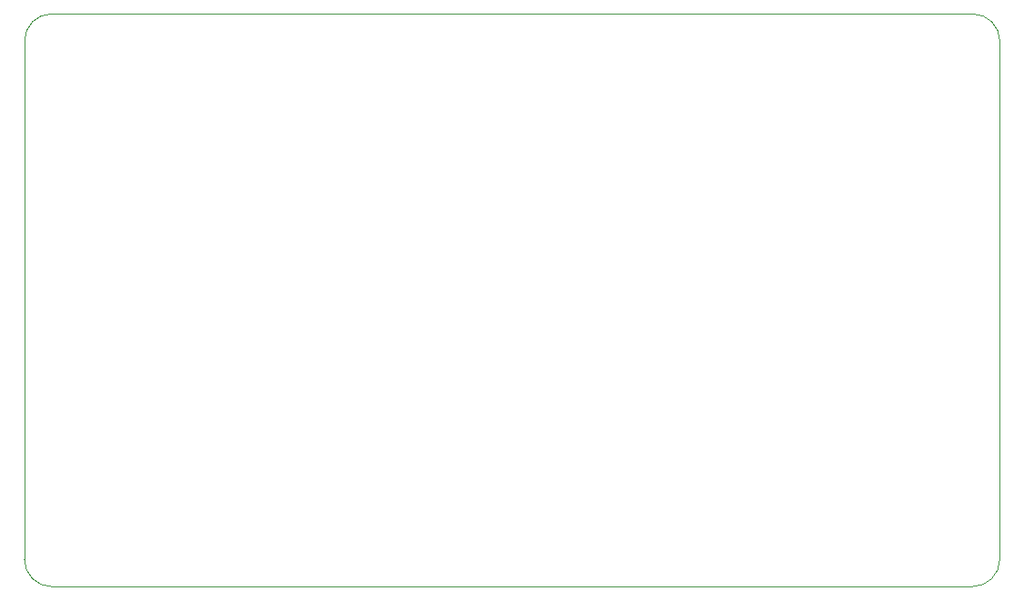
<source format=gbr>
G04 GERBER ASCII OUTPUT FROM: EDWINXP (VER. 1.61 REV. 20080315)*
G04 GERBER FORMAT: RX-274-X*
G04 BOARD: AMICUS_LED_SHIELD*
G04 ARTWORK OF Z POSITIVE*
%ASAXBY*%
%FSLAX23Y23*%
%MIA0B0*%
%MOIN*%
%OFA0.0000B0.0000*%
%SFA1B1*%
%IJA0B0*%
%INLAYER28POS*%
%IOA0B0*%
%IPPOS*%
%IR0*%
G04 APERTURE MACROS*
%AMEDWDONUT*
1,1,$1,$2,$3*
1,0,$4,$2,$3*
%
%AMEDWFRECT*
20,1,$1,$2,$3,$4,$5,$6*
%
%AMEDWORECT*
20,1,$1,$2,$3,$4,$5,$10*
20,1,$1,$4,$5,$6,$7,$10*
20,1,$1,$6,$7,$8,$9,$10*
20,1,$1,$8,$9,$2,$3,$10*
1,1,$1,$2,$3*
1,1,$1,$4,$5*
1,1,$1,$6,$7*
1,1,$1,$8,$9*
%
%AMEDWLINER*
20,1,$1,$2,$3,$4,$5,$6*
1,1,$1,$2,$3*
1,1,$1,$4,$5*
%
%AMEDWFTRNG*
4,1,3,$1,$2,$3,$4,$5,$6,$7,$8,$9*
%
%AMEDWATRNG*
4,1,3,$1,$2,$3,$4,$5,$6,$7,$8,$9*
20,1,$11,$1,$2,$3,$4,$10*
20,1,$11,$3,$4,$5,$6,$10*
20,1,$11,$5,$6,$7,$8,$10*
1,1,$11,$3,$4*
1,1,$11,$5,$6*
1,1,$11,$7,$8*
%
%AMEDWOTRNG*
20,1,$1,$2,$3,$4,$5,$8*
20,1,$1,$4,$5,$6,$7,$8*
20,1,$1,$6,$7,$2,$3,$8*
1,1,$1,$2,$3*
1,1,$1,$4,$5*
1,1,$1,$6,$7*
%
G04*
G04 APERTURE LIST*
%ADD10R,0.0860X0.0860*%
%ADD11R,0.1100X0.1100*%
%ADD12R,0.0700X0.0700*%
%ADD13R,0.0940X0.0940*%
%ADD14R,0.06693X0.04724*%
%ADD15R,0.09093X0.07124*%
%ADD16R,0.05906X0.03937*%
%ADD17R,0.08306X0.06337*%
%ADD18R,0.0460X0.0500*%
%ADD19R,0.0700X0.0740*%
%ADD20R,0.0400X0.0440*%
%ADD21R,0.0640X0.0680*%
%ADD22R,0.0500X0.0460*%
%ADD23R,0.0740X0.0700*%
%ADD24R,0.0440X0.0400*%
%ADD25R,0.0680X0.0640*%
%ADD26R,0.0350X0.0900*%
%ADD27R,0.0590X0.1140*%
%ADD28R,0.0250X0.0800*%
%ADD29R,0.0490X0.1040*%
%ADD30C,0.00039*%
%ADD32C,0.0010*%
%ADD34C,0.00118*%
%ADD36C,0.0020*%
%ADD37R,0.0020X0.0020*%
%ADD38C,0.00295*%
%ADD39R,0.00295X0.00295*%
%ADD40C,0.0030*%
%ADD41R,0.0030X0.0030*%
%ADD42C,0.0040*%
%ADD43R,0.0040X0.0040*%
%ADD44C,0.00412*%
%ADD45R,0.00412X0.00412*%
%ADD46C,0.00468*%
%ADD47R,0.00468X0.00468*%
%ADD48C,0.00472*%
%ADD50C,0.0050*%
%ADD51R,0.0050X0.0050*%
%ADD52C,0.00512*%
%ADD53R,0.00512X0.00512*%
%ADD54C,0.00529*%
%ADD55R,0.00529X0.00529*%
%ADD56C,0.00591*%
%ADD57R,0.00591X0.00591*%
%ADD58C,0.00647*%
%ADD59R,0.00647X0.00647*%
%ADD60C,0.00659*%
%ADD61R,0.00659X0.00659*%
%ADD62C,0.00702*%
%ADD63R,0.00702X0.00702*%
%ADD64C,0.00706*%
%ADD65R,0.00706X0.00706*%
%ADD66C,0.0076*%
%ADD67R,0.0076X0.0076*%
%ADD68C,0.00787*%
%ADD69R,0.00787X0.00787*%
%ADD70C,0.00799*%
%ADD72C,0.0080*%
%ADD74C,0.00866*%
%ADD76C,0.00935*%
%ADD77R,0.00935X0.00935*%
%ADD78C,0.00984*%
%ADD79R,0.00984X0.00984*%
%ADD80C,0.00993*%
%ADD81R,0.00993X0.00993*%
%ADD82C,0.0100*%
%ADD83R,0.0100X0.0100*%
%ADD84C,0.01052*%
%ADD85R,0.01052X0.01052*%
%ADD86C,0.0111*%
%ADD87R,0.0111X0.0111*%
%ADD88C,0.01111*%
%ADD89R,0.01111X0.01111*%
%ADD90C,0.01169*%
%ADD91R,0.01169X0.01169*%
%ADD92C,0.01181*%
%ADD94C,0.0120*%
%ADD96C,0.0130*%
%ADD98C,0.01344*%
%ADD99R,0.01344X0.01344*%
%ADD100C,0.01345*%
%ADD101R,0.01345X0.01345*%
%ADD102C,0.01348*%
%ADD103R,0.01348X0.01348*%
%ADD104C,0.01403*%
%ADD105R,0.01403X0.01403*%
%ADD106C,0.01462*%
%ADD107R,0.01462X0.01462*%
%ADD108C,0.0150*%
%ADD109R,0.0150X0.0150*%
%ADD110C,0.01519*%
%ADD111R,0.01519X0.01519*%
%ADD112C,0.01575*%
%ADD114C,0.01579*%
%ADD115R,0.01579X0.01579*%
%ADD116C,0.0160*%
%ADD118C,0.01694*%
%ADD119R,0.01694X0.01694*%
%ADD120C,0.01699*%
%ADD121R,0.01699X0.01699*%
%ADD122C,0.01753*%
%ADD123R,0.01753X0.01753*%
%ADD124C,0.01754*%
%ADD125R,0.01754X0.01754*%
%ADD126C,0.0187*%
%ADD127R,0.0187X0.0187*%
%ADD128C,0.01871*%
%ADD129R,0.01871X0.01871*%
%ADD130C,0.01929*%
%ADD131R,0.01929X0.01929*%
%ADD132C,0.01969*%
%ADD133R,0.01969X0.01969*%
%ADD134C,0.02103*%
%ADD135R,0.02103X0.02103*%
%ADD136C,0.02105*%
%ADD137R,0.02105X0.02105*%
%ADD138C,0.02162*%
%ADD139R,0.02162X0.02162*%
%ADD140C,0.02163*%
%ADD141R,0.02163X0.02163*%
%ADD142C,0.02222*%
%ADD143R,0.02222X0.02222*%
%ADD144C,0.0228*%
%ADD145R,0.0228X0.0228*%
%ADD146C,0.02339*%
%ADD147R,0.02339X0.02339*%
%ADD148C,0.02362*%
%ADD149R,0.02362X0.02362*%
%ADD150C,0.0240*%
%ADD151R,0.0240X0.0240*%
%ADD152C,0.0240*%
%ADD153R,0.0240X0.0240*%
%ADD154C,0.02456*%
%ADD155R,0.02456X0.02456*%
%ADD156C,0.0250*%
%ADD157R,0.0250X0.0250*%
%ADD158C,0.02571*%
%ADD159R,0.02571X0.02571*%
%ADD160C,0.02688*%
%ADD161R,0.02688X0.02688*%
%ADD162C,0.02804*%
%ADD163R,0.02804X0.02804*%
%ADD164C,0.02868*%
%ADD165R,0.02868X0.02868*%
%ADD166C,0.0290*%
%ADD168C,0.02921*%
%ADD169R,0.02921X0.02921*%
%ADD170C,0.02991*%
%ADD171R,0.02991X0.02991*%
%ADD172C,0.0300*%
%ADD173R,0.0300X0.0300*%
%ADD174C,0.03038*%
%ADD175R,0.03038X0.03038*%
%ADD176C,0.03059*%
%ADD177R,0.03059X0.03059*%
%ADD178C,0.03102*%
%ADD179R,0.03102X0.03102*%
%ADD180C,0.03155*%
%ADD181R,0.03155X0.03155*%
%ADD182C,0.0316*%
%ADD183R,0.0316X0.0316*%
%ADD184C,0.03187*%
%ADD185R,0.03187X0.03187*%
%ADD186C,0.03199*%
%ADD187R,0.03199X0.03199*%
%ADD188C,0.0320*%
%ADD189R,0.0320X0.0320*%
%ADD190C,0.03266*%
%ADD192C,0.03272*%
%ADD193R,0.03272X0.03272*%
%ADD194C,0.0333*%
%ADD195R,0.0333X0.0333*%
%ADD196C,0.03335*%
%ADD197R,0.03335X0.03335*%
%ADD198C,0.03384*%
%ADD199R,0.03384X0.03384*%
%ADD200C,0.03391*%
%ADD201R,0.03391X0.03391*%
%ADD202C,0.03393*%
%ADD203R,0.03393X0.03393*%
%ADD204C,0.03452*%
%ADD205R,0.03452X0.03452*%
%ADD206C,0.0350*%
%ADD207R,0.0350X0.0350*%
%ADD208C,0.03506*%
%ADD209R,0.03506X0.03506*%
%ADD210C,0.0351*%
%ADD211R,0.0351X0.0351*%
%ADD212C,0.03511*%
%ADD213R,0.03511X0.03511*%
%ADD214C,0.03569*%
%ADD215R,0.03569X0.03569*%
%ADD216C,0.03581*%
%ADD218C,0.0360*%
%ADD220C,0.0370*%
%ADD222C,0.03739*%
%ADD223R,0.03739X0.03739*%
%ADD224C,0.03744*%
%ADD225R,0.03744X0.03744*%
%ADD226C,0.03745*%
%ADD227R,0.03745X0.03745*%
%ADD228C,0.03803*%
%ADD229R,0.03803X0.03803*%
%ADD230C,0.03862*%
%ADD231R,0.03862X0.03862*%
%ADD232C,0.0390*%
%ADD233R,0.0390X0.0390*%
%ADD234C,0.03919*%
%ADD235R,0.03919X0.03919*%
%ADD236C,0.03937*%
%ADD237R,0.03937X0.03937*%
%ADD238C,0.03973*%
%ADD239R,0.03973X0.03973*%
%ADD240C,0.03975*%
%ADD242C,0.03979*%
%ADD243R,0.03979X0.03979*%
%ADD244C,0.0400*%
%ADD245R,0.0400X0.0400*%
%ADD246C,0.0409*%
%ADD247R,0.0409X0.0409*%
%ADD248C,0.04094*%
%ADD249R,0.04094X0.04094*%
%ADD250C,0.04153*%
%ADD251R,0.04153X0.04153*%
%ADD252C,0.04154*%
%ADD253R,0.04154X0.04154*%
%ADD254C,0.04173*%
%ADD255R,0.04173X0.04173*%
%ADD256C,0.04209*%
%ADD257R,0.04209X0.04209*%
%ADD258C,0.0427*%
%ADD259R,0.0427X0.0427*%
%ADD260C,0.04271*%
%ADD261R,0.04271X0.04271*%
%ADD262C,0.04329*%
%ADD263R,0.04329X0.04329*%
%ADD264C,0.04385*%
%ADD265R,0.04385X0.04385*%
%ADD266C,0.0444*%
%ADD267R,0.0444X0.0444*%
%ADD268C,0.0450*%
%ADD269R,0.0450X0.0450*%
%ADD270C,0.04503*%
%ADD271R,0.04503X0.04503*%
%ADD272C,0.04505*%
%ADD273R,0.04505X0.04505*%
%ADD274C,0.04562*%
%ADD275R,0.04562X0.04562*%
%ADD276C,0.04563*%
%ADD277R,0.04563X0.04563*%
%ADD278C,0.04622*%
%ADD279R,0.04622X0.04622*%
%ADD280C,0.0468*%
%ADD281R,0.0468X0.0468*%
%ADD282C,0.0470*%
%ADD283R,0.0470X0.0470*%
%ADD284C,0.04739*%
%ADD285R,0.04739X0.04739*%
%ADD286C,0.04762*%
%ADD287R,0.04762X0.04762*%
%ADD288C,0.04856*%
%ADD289R,0.04856X0.04856*%
%ADD290C,0.0490*%
%ADD291R,0.0490X0.0490*%
%ADD292C,0.04908*%
%ADD293R,0.04908X0.04908*%
%ADD294C,0.04971*%
%ADD295R,0.04971X0.04971*%
%ADD296C,0.0500*%
%ADD297R,0.0500X0.0500*%
%ADD298C,0.05025*%
%ADD299R,0.05025X0.05025*%
%ADD300C,0.05088*%
%ADD301R,0.05088X0.05088*%
%ADD302C,0.05118*%
%ADD303R,0.05118X0.05118*%
%ADD304C,0.05141*%
%ADD305R,0.05141X0.05141*%
%ADD306C,0.05145*%
%ADD307R,0.05145X0.05145*%
%ADD308C,0.05204*%
%ADD309R,0.05204X0.05204*%
%ADD310C,0.05258*%
%ADD311R,0.05258X0.05258*%
%ADD312C,0.05321*%
%ADD313R,0.05321X0.05321*%
%ADD314C,0.05375*%
%ADD315R,0.05375X0.05375*%
%ADD316C,0.05438*%
%ADD317R,0.05438X0.05438*%
%ADD318C,0.0550*%
%ADD319R,0.0550X0.0550*%
%ADD320C,0.05555*%
%ADD321R,0.05555X0.05555*%
%ADD322C,0.0560*%
%ADD323R,0.0560X0.0560*%
%ADD324C,0.05613*%
%ADD325R,0.05613X0.05613*%
%ADD326C,0.05672*%
%ADD327R,0.05672X0.05672*%
%ADD328C,0.0570*%
%ADD329R,0.0570X0.0570*%
%ADD330C,0.05726*%
%ADD331R,0.05726X0.05726*%
%ADD332C,0.0573*%
%ADD333R,0.0573X0.0573*%
%ADD334C,0.05788*%
%ADD335R,0.05788X0.05788*%
%ADD336C,0.05791*%
%ADD337R,0.05791X0.05791*%
%ADD338C,0.05846*%
%ADD339R,0.05846X0.05846*%
%ADD340C,0.0590*%
%ADD341R,0.0590X0.0590*%
%ADD342C,0.05905*%
%ADD343R,0.05905X0.05905*%
%ADD344C,0.05906*%
%ADD345R,0.05906X0.05906*%
%ADD346C,0.0600*%
%ADD347R,0.0600X0.0600*%
%ADD348C,0.06139*%
%ADD349R,0.06139X0.06139*%
%ADD350C,0.0620*%
%ADD351R,0.0620X0.0620*%
%ADD352C,0.06201*%
%ADD353R,0.06201X0.06201*%
%ADD354C,0.06373*%
%ADD355R,0.06373X0.06373*%
%ADD356C,0.06485*%
%ADD357R,0.06485X0.06485*%
%ADD358C,0.0649*%
%ADD359R,0.0649X0.0649*%
%ADD360C,0.0650*%
%ADD361R,0.0650X0.0650*%
%ADD362C,0.06609*%
%ADD363R,0.06609X0.06609*%
%ADD364C,0.06693*%
%ADD365R,0.06693X0.06693*%
%ADD366C,0.06785*%
%ADD367R,0.06785X0.06785*%
%ADD368C,0.0684*%
%ADD369R,0.0684X0.0684*%
%ADD370C,0.0690*%
%ADD371R,0.0690X0.0690*%
%ADD372C,0.06906*%
%ADD373R,0.06906X0.06906*%
%ADD374C,0.06953*%
%ADD375R,0.06953X0.06953*%
%ADD376C,0.0700*%
%ADD377R,0.0700X0.0700*%
%ADD378C,0.0710*%
%ADD379R,0.0710X0.0710*%
%ADD380C,0.07308*%
%ADD381R,0.07308X0.07308*%
%ADD382C,0.0740*%
%ADD383R,0.0740X0.0740*%
%ADD384C,0.07425*%
%ADD385R,0.07425X0.07425*%
%ADD386C,0.0750*%
%ADD387R,0.0750X0.0750*%
%ADD388C,0.07541*%
%ADD389R,0.07541X0.07541*%
%ADD390C,0.07545*%
%ADD391R,0.07545X0.07545*%
%ADD392C,0.07598*%
%ADD394C,0.0760*%
%ADD396C,0.07658*%
%ADD397R,0.07658X0.07658*%
%ADD398C,0.07775*%
%ADD399R,0.07775X0.07775*%
%ADD400C,0.07874*%
%ADD402C,0.0790*%
%ADD403R,0.0790X0.0790*%
%ADD404C,0.0800*%
%ADD405R,0.0800X0.0800*%
%ADD406C,0.08013*%
%ADD407R,0.08013X0.08013*%
%ADD408C,0.0810*%
%ADD409R,0.0810X0.0810*%
%ADD410C,0.08126*%
%ADD411R,0.08126X0.08126*%
%ADD412C,0.08188*%
%ADD413R,0.08188X0.08188*%
%ADD414C,0.08246*%
%ADD415R,0.08246X0.08246*%
%ADD416C,0.08296*%
%ADD417R,0.08296X0.08296*%
%ADD418C,0.08305*%
%ADD419R,0.08305X0.08305*%
%ADD420C,0.08306*%
%ADD421R,0.08306X0.08306*%
%ADD422C,0.0840*%
%ADD423R,0.0840X0.0840*%
%ADD424C,0.08598*%
%ADD426C,0.0860*%
%ADD427R,0.0860X0.0860*%
%ADD428C,0.08601*%
%ADD429R,0.08601X0.08601*%
%ADD430C,0.0870*%
%ADD431R,0.0870X0.0870*%
%ADD432C,0.08828*%
%ADD433R,0.08828X0.08828*%
%ADD434C,0.08885*%
%ADD435R,0.08885X0.08885*%
%ADD436C,0.0890*%
%ADD437R,0.0890X0.0890*%
%ADD438C,0.0900*%
%ADD439R,0.0900X0.0900*%
%ADD440C,0.09062*%
%ADD441R,0.09062X0.09062*%
%ADD442C,0.09093*%
%ADD443R,0.09093X0.09093*%
%ADD444C,0.09237*%
%ADD445R,0.09237X0.09237*%
%ADD446C,0.09353*%
%ADD447R,0.09353X0.09353*%
%ADD448C,0.0940*%
%ADD449R,0.0940X0.0940*%
%ADD450C,0.0970*%
%ADD451R,0.0970X0.0970*%
%ADD452C,0.09705*%
%ADD453R,0.09705X0.09705*%
%ADD454C,0.09843*%
%ADD455R,0.09843X0.09843*%
%ADD456C,0.0990*%
%ADD457R,0.0990X0.0990*%
%ADD458C,0.09998*%
%ADD460C,0.1000*%
%ADD461R,0.1000X0.1000*%
%ADD462C,0.10274*%
%ADD464C,0.1040*%
%ADD465R,0.1040X0.1040*%
%ADD466C,0.10465*%
%ADD467R,0.10465X0.10465*%
%ADD468C,0.10696*%
%ADD469R,0.10696X0.10696*%
%ADD470C,0.10998*%
%ADD472C,0.1100*%
%ADD473R,0.1100X0.1100*%
%ADD474C,0.1110*%
%ADD475R,0.1110X0.1110*%
%ADD476C,0.1120*%
%ADD477R,0.1120X0.1120*%
%ADD478C,0.11228*%
%ADD479R,0.11228X0.11228*%
%ADD480C,0.1140*%
%ADD481R,0.1140X0.1140*%
%ADD482C,0.11462*%
%ADD483R,0.11462X0.11462*%
%ADD484C,0.1150*%
%ADD485R,0.1150X0.1150*%
%ADD486C,0.11637*%
%ADD487R,0.11637X0.11637*%
%ADD488C,0.1200*%
%ADD489R,0.1200X0.1200*%
%ADD490C,0.1210*%
%ADD491R,0.1210X0.1210*%
%ADD492C,0.12105*%
%ADD493R,0.12105X0.12105*%
%ADD494C,0.1240*%
%ADD495R,0.1240X0.1240*%
%ADD496C,0.1250*%
%ADD497R,0.1250X0.1250*%
%ADD498C,0.12865*%
%ADD499R,0.12865X0.12865*%
%ADD500C,0.12992*%
%ADD501R,0.12992X0.12992*%
%ADD502C,0.1300*%
%ADD503R,0.1300X0.1300*%
%ADD504C,0.13204*%
%ADD505R,0.13204X0.13204*%
%ADD506C,0.1340*%
%ADD507R,0.1340X0.1340*%
%ADD508C,0.13798*%
%ADD509R,0.13798X0.13798*%
%ADD510C,0.1390*%
%ADD511R,0.1390X0.1390*%
%ADD512C,0.1420*%
%ADD513R,0.1420X0.1420*%
%ADD514C,0.1440*%
%ADD515R,0.1440X0.1440*%
%ADD516C,0.1490*%
%ADD517R,0.1490X0.1490*%
%ADD518C,0.1520*%
%ADD519R,0.1520X0.1520*%
%ADD520C,0.15374*%
%ADD521R,0.15374X0.15374*%
%ADD522C,0.1540*%
%ADD523R,0.1540X0.1540*%
%ADD524C,0.15604*%
%ADD525R,0.15604X0.15604*%
%ADD526C,0.16198*%
%ADD527R,0.16198X0.16198*%
%ADD528C,0.1660*%
%ADD529R,0.1660X0.1660*%
%ADD530C,0.17323*%
%ADD532C,0.1760*%
%ADD533R,0.1760X0.1760*%
%ADD534C,0.17774*%
%ADD535R,0.17774X0.17774*%
%ADD536C,0.18504*%
%ADD538C,0.18898*%
%ADD540C,0.20904*%
%ADD542C,0.2126*%
%ADD544C,0.21298*%
%ADD546C,0.22217*%
%ADD547R,0.22217X0.22217*%
%ADD548C,0.22835*%
%ADD551R,0.23622X0.23622*%
%ADD553R,0.24617X0.24617*%
%ADD555R,0.24937X0.24937*%
%ADD557R,0.25257X0.25257*%
%ADD559R,0.26022X0.26022*%
%ADD561R,0.27337X0.27337*%
%ADD563R,0.27657X0.27657*%
%ADD565R,0.31496X0.31496*%
%ADD567R,0.32811X0.32811*%
%ADD569R,0.33266X0.33266*%
%ADD571R,0.33896X0.33896*%
%ADD573R,0.35211X0.35211*%
%ADD575R,0.35666X0.35666*%
%ADD577R,0.36574X0.36574*%
%ADD579R,0.38974X0.38974*%
%ADD581R,1.90361X1.90361*%
%ADD583R,1.92761X1.92761*%
G04*
D30* 
G75*
G01X0Y100D02*
G03X100Y0I100J0D01*
G01*
X100Y0D02*
X3475Y0D01*
G75*
G01X3475Y0D02*
G03X3575Y100I0J100D01*
G01*
X3575Y100D02*
X3575Y2000D01*
G75*
G01X3575Y2000D02*
G03X3475Y2100I-100J0D01*
G01*
X3475Y2100D02*
X100Y2100D01*
G75*
G01X100Y2100D02*
G03X0Y2000I0J-100D01*
G01*
X0Y2000D02*
X0Y100D01*
M02*

</source>
